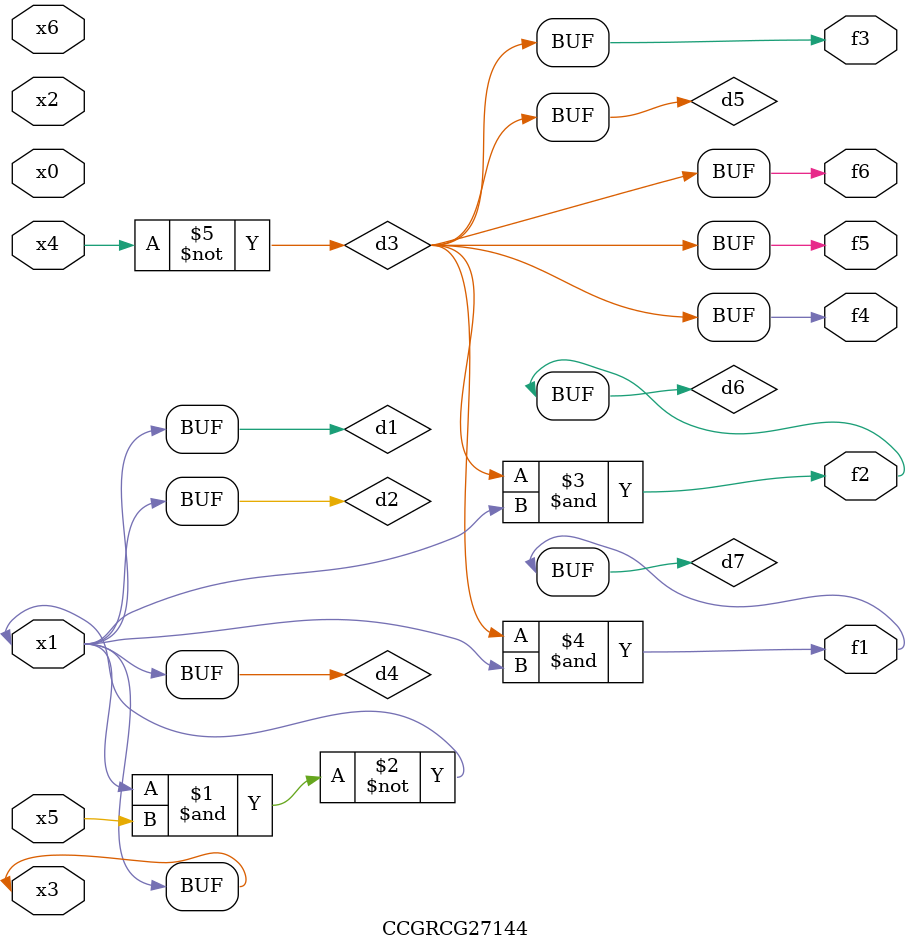
<source format=v>
module CCGRCG27144(
	input x0, x1, x2, x3, x4, x5, x6,
	output f1, f2, f3, f4, f5, f6
);

	wire d1, d2, d3, d4, d5, d6, d7;

	buf (d1, x1, x3);
	nand (d2, x1, x5);
	not (d3, x4);
	buf (d4, d1, d2);
	buf (d5, d3);
	and (d6, d3, d4);
	and (d7, d3, d4);
	assign f1 = d7;
	assign f2 = d6;
	assign f3 = d5;
	assign f4 = d5;
	assign f5 = d5;
	assign f6 = d5;
endmodule

</source>
